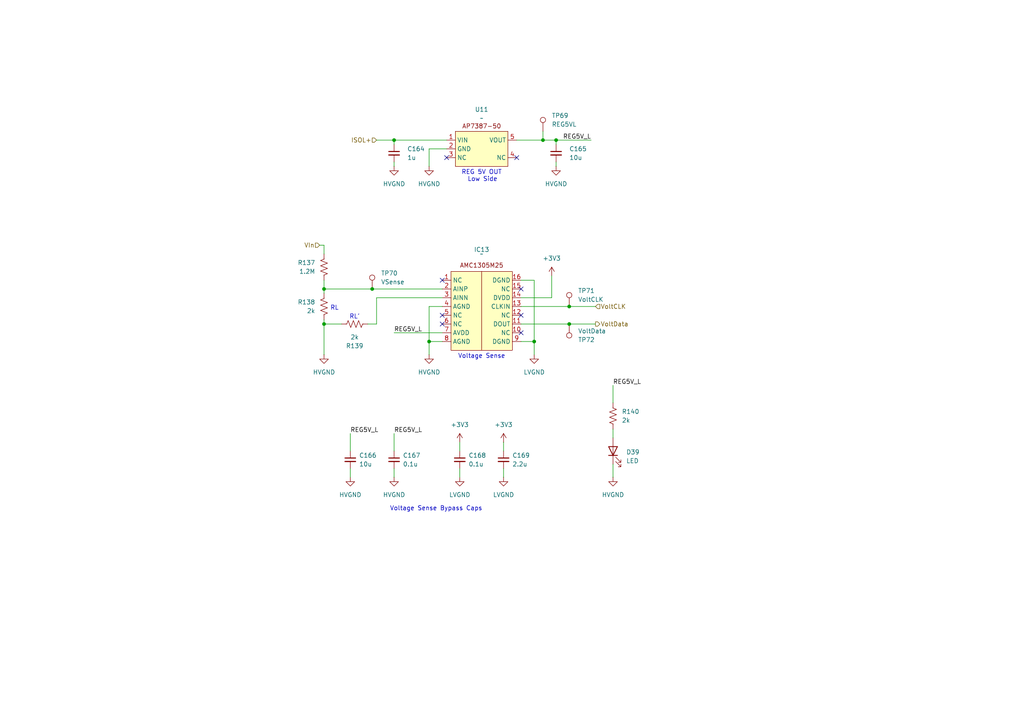
<source format=kicad_sch>
(kicad_sch (version 20250114) (generator "eeschema") (generator_version "9.0")
  (paper "A4")
  (lib_symbols
    (symbol "Connector:TestPoint" (pin_numbers (hide yes)) (pin_names (offset 0.762) (hide yes))
      (property "Reference" "TP" (at 0 6.858 0))
      (property "Value" "TestPoint" (at 0 5.08 0))
      (symbol "TestPoint_0_1"
        (circle (center 0 3.302) (radius 0.762))
      )
      (symbol "TestPoint_1_1"
        (pin passive line (at 0 0 90) (length 2.54) (name "1") (number "1"))
      )
    )
    (symbol "CustomMoco:AMC1305M25"
      (property "Reference" "IC" (at 0 0 0))
      (symbol "AMC1305M25_0_1"
        (polyline (pts (xy 0 11.43) (xy 0 -11.43)))
      )
      (symbol "AMC1305M25_1_1"
        (rectangle (start -8.89 11.43) (end 8.89 -11.43) (fill (type color) (color 255 255 194 1)))
        (text "AMC1305M25" (at 0 13.208 0) (effects (font (size 1.27 1.27))))
        (pin passive line (at -11.43 8.89 0) (length 2.54) (name "NC") (number "1"))
        (pin passive line (at -11.43 6.35 0) (length 2.54) (name "AINP") (number "2"))
        (pin passive line (at -11.43 3.81 0) (length 2.54) (name "AINN") (number "3"))
        (pin passive line (at -11.43 1.27 0) (length 2.54) (name "AGND") (number "4"))
        (pin passive line (at -11.43 -1.27 0) (length 2.54) (name "NC") (number "5"))
        (pin passive line (at -11.43 -3.81 0) (length 2.54) (name "NC") (number "6"))
        (pin passive line (at -11.43 -6.35 0) (length 2.54) (name "AVDD") (number "7"))
        (pin passive line (at -11.43 -8.89 0) (length 2.54) (name "AGND") (number "8"))
        (pin passive line (at 11.43 8.89 180) (length 2.54) (name "DGND") (number "16"))
        (pin passive line (at 11.43 6.35 180) (length 2.54) (name "NC") (number "15"))
        (pin passive line (at 11.43 3.81 180) (length 2.54) (name "DVDD") (number "14"))
        (pin passive line (at 11.43 1.27 180) (length 2.54) (name "CLKIN") (number "13"))
        (pin passive line (at 11.43 -1.27 180) (length 2.54) (name "NC") (number "12"))
        (pin passive line (at 11.43 -3.81 180) (length 2.54) (name "DOUT") (number "11"))
        (pin passive line (at 11.43 -6.35 180) (length 2.54) (name "NC") (number "10"))
        (pin passive line (at 11.43 -8.89 180) (length 2.54) (name "DGND") (number "9"))
      )
    )
    (symbol "CustomMoco:AP7387-50"
      (property "Reference" "U" (at 0 0 0))
      (symbol "AP7387-50_1_1"
        (rectangle (start -7.62 5.08) (end 7.62 -5.08) (fill (type color) (color 255 255 194 1)))
        (text "AP7387-50" (at 0 6.604 0) (effects (font (size 1.27 1.27))))
        (pin passive line (at -10.16 2.54 0) (length 2.54) (name "VIN") (number "1"))
        (pin passive line (at -10.16 0 0) (length 2.54) (name "GND") (number "2"))
        (pin passive line (at -10.16 -2.54 0) (length 2.54) (name "NC") (number "3"))
        (pin passive line (at 10.16 2.54 180) (length 2.54) (name "VOUT") (number "5"))
        (pin passive line (at 10.16 -2.54 180) (length 2.54) (name "NC") (number "4"))
      )
    )
    (symbol "Device:C_Small" (pin_numbers (hide yes)) (pin_names (offset 0.254) (hide yes))
      (property "Reference" "C" (at 0.254 1.778 0))
      (property "Value" "C_Small" (at 0.254 -2.032 0))
      (symbol "C_Small_0_1"
        (polyline (pts (xy -1.524 0.508) (xy 1.524 0.508)) (stroke (width 0.3048)))
        (polyline (pts (xy -1.524 -0.508) (xy 1.524 -0.508)) (stroke (width 0.3302)))
      )
      (symbol "C_Small_1_1"
        (pin passive line (at 0 2.54 270) (length 2.032) (name "~") (number "1"))
        (pin passive line (at 0 -2.54 90) (length 2.032) (name "~") (number "2"))
      )
    )
    (symbol "Device:LED" (pin_numbers (hide yes)) (pin_names (offset 1.016) (hide yes))
      (property "Reference" "D" (at 0 2.54 0))
      (property "Value" "LED" (at 0 -2.54 0))
      (symbol "LED_0_1"
        (polyline (pts (xy -3.048 -0.762) (xy -4.572 -2.286) (xy -3.81 -2.286) (xy -4.572 -2.286) (xy -4.572 -1.524)))
        (polyline (pts (xy -1.778 -0.762) (xy -3.302 -2.286) (xy -2.54 -2.286) (xy -3.302 -2.286) (xy -3.302 -1.524)))
        (polyline (pts (xy -1.27 0) (xy 1.27 0)))
        (polyline (pts (xy -1.27 -1.27) (xy -1.27 1.27)) (stroke (width 0.254)))
        (polyline (pts (xy 1.27 -1.27) (xy 1.27 1.27) (xy -1.27 0) (xy 1.27 -1.27)) (stroke (width 0.254)))
      )
      (symbol "LED_1_1"
        (pin passive line (at -3.81 0 0) (length 2.54) (name "K") (number "1"))
        (pin passive line (at 3.81 0 180) (length 2.54) (name "A") (number "2"))
      )
    )
    (symbol "Device:R_US" (pin_numbers (hide yes)) (pin_names (offset 0))
      (property "Reference" "R" (at 2.54 0 90))
      (property "Value" "R_US" (at -2.54 0 90))
      (symbol "R_US_0_1"
        (polyline (pts (xy 0 2.286) (xy 0 2.54)))
        (polyline (pts (xy 0 2.286) (xy 1.016 1.905) (xy 0 1.524) (xy -1.016 1.143) (xy 0 0.762)))
        (polyline (pts (xy 0 0.762) (xy 1.016 0.381) (xy 0 0) (xy -1.016 -0.381) (xy 0 -0.762)))
        (polyline (pts (xy 0 -0.762) (xy 1.016 -1.143) (xy 0 -1.524) (xy -1.016 -1.905) (xy 0 -2.286)))
        (polyline (pts (xy 0 -2.286) (xy 0 -2.54)))
      )
      (symbol "R_US_1_1"
        (pin passive line (at 0 3.81 270) (length 1.27) (name "~") (number "1"))
        (pin passive line (at 0 -3.81 90) (length 1.27) (name "~") (number "2"))
      )
    )
    (symbol "power:+3V3" (power) (pin_numbers (hide yes)) (pin_names (offset 0) (hide yes))
      (property "Value" "+3V3" (at 0 3.556 0))
      (symbol "+3V3_0_1"
        (polyline (pts (xy -0.762 1.27) (xy 0 2.54)))
        (polyline (pts (xy 0 2.54) (xy 0.762 1.27)))
        (polyline (pts (xy 0 0) (xy 0 2.54)))
      )
      (symbol "+3V3_1_1"
        (pin power_in line (at 0 0 90) (length 0) (name "~") (number "1"))
      )
    )
    (symbol "power:GND" (power) (pin_numbers (hide yes)) (pin_names (offset 0) (hide yes))
      (property "Value" "GND" (at 0 -3.81 0))
      (symbol "GND_0_1"
        (polyline (pts (xy 0 0) (xy 0 -1.27) (xy 1.27 -1.27) (xy 0 -2.54) (xy -1.27 -1.27) (xy 0 -1.27)))
      )
      (symbol "GND_1_1"
        (pin power_in line (at 0 0 270) (length 0) (name "~") (number "1"))
      )
    )
  )
  (text "REG 5V OUT" (at 139.7 50.038 0) (effects (font (size 1.27 1.27))))
  (text "Low Side" (at 139.954 52.07 0) (effects (font (size 1.27 1.27))))
  (text "Voltage Sense" (at 139.7 103.378 0) (effects (font (size 1.27 1.27))))
  (text "RL" (at 97.028 89.408 0) (effects (font (size 1.27 1.27))))
  (text "Voltage Sense Bypass Caps" (at 126.492 147.574 0) (effects (font (size 1.27 1.27))))
  (text "RL'" (at 102.87 91.948 0) (effects (font (size 1.27 1.27))))
  (junction (at 124.46 99.06))
  (junction (at 93.98 93.98))
  (junction (at 93.98 83.82))
  (junction (at 154.94 99.06))
  (junction (at 165.1 93.98))
  (junction (at 157.48 40.64))
  (junction (at 114.3 40.64))
  (junction (at 161.29 40.64))
  (junction (at 107.95 83.82))
  (junction (at 165.1 88.9))
  (no_connect (at 151.13 83.82))
  (no_connect (at 128.27 93.98))
  (no_connect (at 128.27 91.44))
  (no_connect (at 151.13 96.52))
  (no_connect (at 149.86 45.72))
  (no_connect (at 129.54 45.72))
  (no_connect (at 151.13 91.44))
  (no_connect (at 128.27 81.28))
  (wire (pts (xy 177.8 124.46) (xy 177.8 127)))
  (wire (pts (xy 107.95 83.82) (xy 128.27 83.82)))
  (wire (pts (xy 165.1 93.98) (xy 172.72 93.98)))
  (wire (pts (xy 129.54 43.18) (xy 124.46 43.18)))
  (wire (pts (xy 124.46 88.9) (xy 128.27 88.9)))
  (wire (pts (xy 151.13 99.06) (xy 154.94 99.06)))
  (wire (pts (xy 154.94 81.28) (xy 154.94 99.06)))
  (wire (pts (xy 93.98 93.98) (xy 93.98 92.71)))
  (wire (pts (xy 93.98 81.28) (xy 93.98 83.82)))
  (wire (pts (xy 146.05 128.27) (xy 146.05 130.81)))
  (wire (pts (xy 161.29 46.99) (xy 161.29 48.26)))
  (wire (pts (xy 93.98 85.09) (xy 93.98 83.82)))
  (wire (pts (xy 114.3 40.64) (xy 114.3 41.91)))
  (wire (pts (xy 146.05 135.89) (xy 146.05 138.43)))
  (wire (pts (xy 101.6 135.89) (xy 101.6 138.43)))
  (wire (pts (xy 109.22 86.36) (xy 109.22 93.98)))
  (wire (pts (xy 133.35 135.89) (xy 133.35 138.43)))
  (wire (pts (xy 151.13 86.36) (xy 160.02 86.36)))
  (wire (pts (xy 92.71 71.12) (xy 93.98 71.12)))
  (wire (pts (xy 165.1 88.9) (xy 172.72 88.9)))
  (wire (pts (xy 124.46 102.87) (xy 124.46 99.06)))
  (wire (pts (xy 124.46 43.18) (xy 124.46 48.26)))
  (wire (pts (xy 160.02 80.01) (xy 160.02 86.36)))
  (wire (pts (xy 133.35 128.27) (xy 133.35 130.81)))
  (wire (pts (xy 114.3 46.99) (xy 114.3 48.26)))
  (wire (pts (xy 157.48 40.64) (xy 161.29 40.64)))
  (wire (pts (xy 106.68 93.98) (xy 109.22 93.98)))
  (wire (pts (xy 93.98 71.12) (xy 93.98 73.66)))
  (wire (pts (xy 109.22 86.36) (xy 128.27 86.36)))
  (wire (pts (xy 109.22 40.64) (xy 114.3 40.64)))
  (wire (pts (xy 151.13 93.98) (xy 165.1 93.98)))
  (wire (pts (xy 161.29 40.64) (xy 171.45 40.64)))
  (wire (pts (xy 101.6 125.73) (xy 101.6 130.81)))
  (wire (pts (xy 114.3 96.52) (xy 128.27 96.52)))
  (wire (pts (xy 157.48 38.1) (xy 157.48 40.64)))
  (wire (pts (xy 124.46 99.06) (xy 124.46 88.9)))
  (wire (pts (xy 149.86 40.64) (xy 157.48 40.64)))
  (wire (pts (xy 151.13 81.28) (xy 154.94 81.28)))
  (wire (pts (xy 93.98 93.98) (xy 93.98 102.87)))
  (wire (pts (xy 124.46 99.06) (xy 128.27 99.06)))
  (wire (pts (xy 177.8 134.62) (xy 177.8 138.43)))
  (wire (pts (xy 114.3 125.73) (xy 114.3 130.81)))
  (wire (pts (xy 99.06 93.98) (xy 93.98 93.98)))
  (wire (pts (xy 154.94 102.87) (xy 154.94 99.06)))
  (wire (pts (xy 114.3 135.89) (xy 114.3 138.43)))
  (wire (pts (xy 114.3 40.64) (xy 129.54 40.64)))
  (wire (pts (xy 177.8 111.76) (xy 177.8 116.84)))
  (wire (pts (xy 151.13 88.9) (xy 165.1 88.9)))
  (wire (pts (xy 161.29 40.64) (xy 161.29 41.91)))
  (wire (pts (xy 93.98 83.82) (xy 107.95 83.82)))
  (label "REG5V_L" (at 114.3 96.52 0))
  (label "REG5V_L" (at 171.45 40.64 180))
  (label "REG5V_L" (at 114.3 125.73 0))
  (label "REG5V_L" (at 177.8 111.76 0))
  (label "REG5V_L" (at 101.6 125.73 0))
  (hierarchical_label "VoltData" (shape output) (at 172.72 93.98 0))
  (hierarchical_label "VoltCLK" (shape input) (at 172.72 88.9 0))
  (hierarchical_label "ISOL+" (shape input) (at 109.22 40.64 180))
  (hierarchical_label "VIn" (shape input) (at 92.71 71.12 180))
  (symbol (lib_id "Device:R_US") (at 93.98 77.47 0) (mirror y) (unit 1)
    (property "Reference" "R33" (at 91.44 76.1999 0) (effects (justify left)))
    (property "Value" "1.2M" (at 91.44 78.7399 0) (effects (justify left)))
    (property "Footprint" "Resistor_SMD:R_1206_3216Metric" (effects (hide yes)))
    (property "Description" "Resistor, US symbol" (effects (hide yes)))
    (instances (project "TractionInverter" (path "" (reference "R137") (unit 1)) (path "" (reference "R33") (unit 1)) (path "" (reference "R130") (unit 1)) (path "" (reference "R86") (unit 1))))
  )
  (symbol (lib_id "power:GND") (at 154.94 102.87 0) (unit 1)
    (property "Reference" "#PWR047" (effects (hide yes)))
    (property "Value" "LVGND" (at 154.94 107.95 0))
    (property "Description" "Power symbol creates a global label with name \"GND\" , ground" (effects (hide yes)))
    (instances (project "TractionInverter" (path "" (reference "#PWR0233") (unit 1)) (path "" (reference "#PWR047") (unit 1)) (path "" (reference "#PWR0211") (unit 1)) (path "" (reference "#PWR0140") (unit 1))))
  )
  (symbol (lib_id "power:GND") (at 124.46 102.87 0) (unit 1)
    (property "Reference" "#PWR046" (effects (hide yes)))
    (property "Value" "HVGND" (at 124.46 107.95 0))
    (property "Description" "Power symbol creates a global label with name \"GND\" , ground" (effects (hide yes)))
    (instances (project "TractionInverter" (path "" (reference "#PWR0232") (unit 1)) (path "" (reference "#PWR046") (unit 1)) (path "" (reference "#PWR0210") (unit 1)) (path "" (reference "#PWR0139") (unit 1))))
  )
  (symbol (lib_id "CustomMoco:AP7387-50") (at 139.7 43.18 0) (unit 1)
    (property "Reference" "U1" (at 139.7 31.75 0))
    (property "Value" "~" (at 139.7 34.29 0))
    (property "Footprint" "TractionInverter:SOT95P285X140-5N" (effects (hide yes)))
    (instances (project "TractionInverter" (path "" (reference "U11") (unit 1)) (path "" (reference "U1") (unit 1)) (path "" (reference "U8") (unit 1)) (path "" (reference "U5") (unit 1))))
  )
  (symbol (lib_id "Device:R_US") (at 177.8 120.65 0) (unit 1)
    (property "Reference" "R36" (at 180.34 119.3799 0) (effects (justify left)))
    (property "Value" "2k" (at 180.34 121.9199 0) (effects (justify left)))
    (property "Footprint" "Resistor_SMD:R_0603_1608Metric" (effects (hide yes)))
    (property "Description" "Resistor, US symbol" (effects (hide yes)))
    (instances (project "TractionInverter" (path "" (reference "R140") (unit 1)) (path "" (reference "R36") (unit 1)) (path "" (reference "R133") (unit 1)) (path "" (reference "R89") (unit 1))))
  )
  (symbol (lib_id "power:GND") (at 146.05 138.43 0) (unit 1)
    (property "Reference" "#PWR053" (effects (hide yes)))
    (property "Value" "LVGND" (at 146.05 143.51 0))
    (property "Description" "Power symbol creates a global label with name \"GND\" , ground" (effects (hide yes)))
    (instances (project "TractionInverter" (path "" (reference "#PWR0239") (unit 1)) (path "" (reference "#PWR053") (unit 1)) (path "" (reference "#PWR0217") (unit 1)) (path "" (reference "#PWR0146") (unit 1))))
  )
  (symbol (lib_id "power:+3V3") (at 160.02 80.01 0) (unit 1)
    (property "Reference" "#PWR044" (effects (hide yes)))
    (property "Value" "+3V3" (at 160.02 74.93 0))
    (property "Description" "Power symbol creates a global label with name \"+3V3\"" (effects (hide yes)))
    (instances (project "TractionInverter" (path "" (reference "#PWR0230") (unit 1)) (path "" (reference "#PWR044") (unit 1)) (path "" (reference "#PWR0208") (unit 1)) (path "" (reference "#PWR0137") (unit 1))))
  )
  (symbol (lib_id "Device:C_Small") (at 146.05 133.35 0) (unit 1)
    (property "Reference" "C43" (at 148.59 132.0862 0) (effects (justify left)))
    (property "Value" "2.2u" (at 148.59 134.6262 0) (effects (justify left)))
    (property "Footprint" "Capacitor_SMD:C_0603_1608Metric" (effects (hide yes)))
    (property "Description" "Unpolarized capacitor, small symbol" (effects (hide yes)))
    (instances (project "TractionInverter" (path "" (reference "C169") (unit 1)) (path "" (reference "C43") (unit 1)) (path "" (reference "C149") (unit 1)) (path "" (reference "C103") (unit 1))))
  )
  (symbol (lib_id "power:GND") (at 114.3 138.43 0) (unit 1)
    (property "Reference" "#PWR051" (effects (hide yes)))
    (property "Value" "HVGND" (at 114.3 143.51 0))
    (property "Description" "Power symbol creates a global label with name \"GND\" , ground" (effects (hide yes)))
    (instances (project "TractionInverter" (path "" (reference "#PWR0237") (unit 1)) (path "" (reference "#PWR051") (unit 1)) (path "" (reference "#PWR0215") (unit 1)) (path "" (reference "#PWR0144") (unit 1))))
  )
  (symbol (lib_id "Device:R_US") (at 93.98 88.9 0) (mirror y) (unit 1)
    (property "Reference" "R34" (at 91.44 87.6299 0) (effects (justify left)))
    (property "Value" "2k" (at 91.44 90.1699 0) (effects (justify left)))
    (property "Footprint" "Resistor_SMD:R_0603_1608Metric" (effects (hide yes)))
    (property "Description" "Resistor, US symbol" (effects (hide yes)))
    (instances (project "TractionInverter" (path "" (reference "R138") (unit 1)) (path "" (reference "R34") (unit 1)) (path "" (reference "R131") (unit 1)) (path "" (reference "R87") (unit 1))))
  )
  (symbol (lib_id "Device:C_Small") (at 114.3 44.45 0) (unit 1)
    (property "Reference" "C38" (at 118.11 43.1862 0) (effects (justify left)))
    (property "Value" "1u" (at 118.11 45.7262 0) (effects (justify left)))
    (property "Footprint" "Capacitor_SMD:C_0603_1608Metric" (effects (hide yes)))
    (property "Description" "Unpolarized capacitor, small symbol" (effects (hide yes)))
    (instances (project "TractionInverter" (path "" (reference "C164") (unit 1)) (path "" (reference "C38") (unit 1)) (path "" (reference "C144") (unit 1)) (path "" (reference "C98") (unit 1))))
  )
  (symbol (lib_id "power:+3V3") (at 133.35 128.27 0) (unit 1)
    (property "Reference" "#PWR048" (effects (hide yes)))
    (property "Value" "+3V3" (at 133.35 123.19 0))
    (property "Description" "Power symbol creates a global label with name \"+3V3\"" (effects (hide yes)))
    (instances (project "TractionInverter" (path "" (reference "#PWR0234") (unit 1)) (path "" (reference "#PWR048") (unit 1)) (path "" (reference "#PWR0212") (unit 1)) (path "" (reference "#PWR0141") (unit 1))))
  )
  (symbol (lib_id "power:GND") (at 124.46 48.26 0) (unit 1)
    (property "Reference" "#PWR042" (effects (hide yes)))
    (property "Value" "HVGND" (at 124.46 53.34 0))
    (property "Description" "Power symbol creates a global label with name \"GND\" , ground" (effects (hide yes)))
    (instances (project "TractionInverter" (path "" (reference "#PWR0228") (unit 1)) (path "" (reference "#PWR042") (unit 1)) (path "" (reference "#PWR0206") (unit 1)) (path "" (reference "#PWR0135") (unit 1))))
  )
  (symbol (lib_id "power:GND") (at 133.35 138.43 0) (unit 1)
    (property "Reference" "#PWR052" (effects (hide yes)))
    (property "Value" "LVGND" (at 133.35 143.51 0))
    (property "Description" "Power symbol creates a global label with name \"GND\" , ground" (effects (hide yes)))
    (instances (project "TractionInverter" (path "" (reference "#PWR0238") (unit 1)) (path "" (reference "#PWR052") (unit 1)) (path "" (reference "#PWR0216") (unit 1)) (path "" (reference "#PWR0145") (unit 1))))
  )
  (symbol (lib_id "power:GND") (at 114.3 48.26 0) (unit 1)
    (property "Reference" "#PWR041" (effects (hide yes)))
    (property "Value" "HVGND" (at 114.3 53.34 0))
    (property "Description" "Power symbol creates a global label with name \"GND\" , ground" (effects (hide yes)))
    (instances (project "TractionInverter" (path "" (reference "#PWR0227") (unit 1)) (path "" (reference "#PWR041") (unit 1)) (path "" (reference "#PWR0205") (unit 1)) (path "" (reference "#PWR0134") (unit 1))))
  )
  (symbol (lib_id "Connector:TestPoint") (at 157.48 38.1 0) (unit 1)
    (property "Reference" "TP13" (at 160.02 33.5279 0) (effects (justify left)))
    (property "Value" "REG5VL" (at 160.02 36.0679 0) (effects (justify left)))
    (property "Footprint" "TractionInverter:KEYSTONE_5281" (effects (hide yes)))
    (property "Description" "test point" (effects (hide yes)))
    (instances (project "TractionInverter" (path "" (reference "TP69") (unit 1)) (path "" (reference "TP13") (unit 1)) (path "" (reference "TP60") (unit 1)) (path "" (reference "TP38") (unit 1))))
  )
  (symbol (lib_id "power:GND") (at 101.6 138.43 0) (unit 1)
    (property "Reference" "#PWR050" (effects (hide yes)))
    (property "Value" "HVGND" (at 101.6 143.51 0))
    (property "Description" "Power symbol creates a global label with name \"GND\" , ground" (effects (hide yes)))
    (instances (project "TractionInverter" (path "" (reference "#PWR0236") (unit 1)) (path "" (reference "#PWR050") (unit 1)) (path "" (reference "#PWR0214") (unit 1)) (path "" (reference "#PWR0143") (unit 1))))
  )
  (symbol (lib_id "Device:C_Small") (at 133.35 133.35 0) (unit 1)
    (property "Reference" "C42" (at 135.89 132.0862 0) (effects (justify left)))
    (property "Value" "0.1u" (at 135.89 134.6262 0) (effects (justify left)))
    (property "Footprint" "Capacitor_SMD:C_0603_1608Metric" (effects (hide yes)))
    (property "Description" "Unpolarized capacitor, small symbol" (effects (hide yes)))
    (instances (project "TractionInverter" (path "" (reference "C168") (unit 1)) (path "" (reference "C42") (unit 1)) (path "" (reference "C148") (unit 1)) (path "" (reference "C102") (unit 1))))
  )
  (symbol (lib_id "Connector:TestPoint") (at 107.95 83.82 0) (unit 1)
    (property "Reference" "TP14" (at 110.49 79.2479 0) (effects (justify left)))
    (property "Value" "VSense" (at 110.49 81.7879 0) (effects (justify left)))
    (property "Footprint" "TractionInverter:KEYSTONE_5281" (effects (hide yes)))
    (property "Description" "test point" (effects (hide yes)))
    (instances (project "TractionInverter" (path "" (reference "TP70") (unit 1)) (path "" (reference "TP14") (unit 1)) (path "" (reference "TP61") (unit 1)) (path "" (reference "TP39") (unit 1))))
  )
  (symbol (lib_id "Connector:TestPoint") (at 165.1 93.98 0) (mirror x) (unit 1)
    (property "Reference" "TP16" (at 167.64 98.5521 0) (effects (justify left)))
    (property "Value" "VoltData" (at 167.64 96.0121 0) (effects (justify left)))
    (property "Footprint" "TractionInverter:KEYSTONE_5281" (effects (hide yes)))
    (property "Description" "test point" (effects (hide yes)))
    (instances (project "TractionInverter" (path "" (reference "TP72") (unit 1)) (path "" (reference "TP16") (unit 1)) (path "" (reference "TP63") (unit 1)) (path "" (reference "TP41") (unit 1))))
  )
  (symbol (lib_id "power:GND") (at 177.8 138.43 0) (unit 1)
    (property "Reference" "#PWR054" (effects (hide yes)))
    (property "Value" "HVGND" (at 177.8 143.51 0))
    (property "Description" "Power symbol creates a global label with name \"GND\" , ground" (effects (hide yes)))
    (instances (project "TractionInverter" (path "" (reference "#PWR0240") (unit 1)) (path "" (reference "#PWR054") (unit 1)) (path "" (reference "#PWR0218") (unit 1)) (path "" (reference "#PWR0147") (unit 1))))
  )
  (symbol (lib_id "Connector:TestPoint") (at 165.1 88.9 0) (unit 1)
    (property "Reference" "TP15" (at 167.64 84.3279 0) (effects (justify left)))
    (property "Value" "VoltCLK" (at 167.64 86.8679 0) (effects (justify left)))
    (property "Footprint" "TractionInverter:KEYSTONE_5281" (effects (hide yes)))
    (property "Description" "test point" (effects (hide yes)))
    (instances (project "TractionInverter" (path "" (reference "TP71") (unit 1)) (path "" (reference "TP15") (unit 1)) (path "" (reference "TP62") (unit 1)) (path "" (reference "TP40") (unit 1))))
  )
  (symbol (lib_id "Device:R_US") (at 102.87 93.98 90) (unit 1)
    (property "Reference" "R35" (at 102.87 100.33 90))
    (property "Value" "2k" (at 102.87 97.79 90))
    (property "Footprint" "Resistor_SMD:R_0603_1608Metric" (effects (hide yes)))
    (property "Description" "Resistor, US symbol" (effects (hide yes)))
    (instances (project "TractionInverter" (path "" (reference "R139") (unit 1)) (path "" (reference "R35") (unit 1)) (path "" (reference "R132") (unit 1)) (path "" (reference "R88") (unit 1))))
  )
  (symbol (lib_id "CustomMoco:AMC1305M25") (at 139.7 90.17 0) (unit 1)
    (property "Reference" "IC3" (at 139.7 72.39 0))
    (property "Value" "~" (at 139.7 73.66 0))
    (property "Footprint" "Package_SO:SOIC-16W_7.5x10.3mm_P1.27mm" (effects (hide yes)))
    (instances (project "TractionInverter" (path "" (reference "IC13") (unit 1)) (path "" (reference "IC3") (unit 1)) (path "" (reference "IC11") (unit 1)) (path "" (reference "IC7") (unit 1))))
  )
  (symbol (lib_id "Device:C_Small") (at 161.29 44.45 0) (unit 1)
    (property "Reference" "C39" (at 165.1 43.1862 0) (effects (justify left)))
    (property "Value" "10u" (at 165.1 45.7262 0) (effects (justify left)))
    (property "Footprint" "Capacitor_SMD:C_0603_1608Metric" (effects (hide yes)))
    (property "Description" "Unpolarized capacitor, small symbol" (effects (hide yes)))
    (instances (project "TractionInverter" (path "" (reference "C165") (unit 1)) (path "" (reference "C39") (unit 1)) (path "" (reference "C145") (unit 1)) (path "" (reference "C99") (unit 1))))
  )
  (symbol (lib_id "Device:C_Small") (at 114.3 133.35 0) (unit 1)
    (property "Reference" "C41" (at 116.84 132.0862 0) (effects (justify left)))
    (property "Value" "0.1u" (at 116.84 134.6262 0) (effects (justify left)))
    (property "Footprint" "Capacitor_SMD:C_0603_1608Metric" (effects (hide yes)))
    (property "Description" "Unpolarized capacitor, small symbol" (effects (hide yes)))
    (instances (project "TractionInverter" (path "" (reference "C167") (unit 1)) (path "" (reference "C41") (unit 1)) (path "" (reference "C147") (unit 1)) (path "" (reference "C101") (unit 1))))
  )
  (symbol (lib_id "power:GND") (at 93.98 102.87 0) (unit 1)
    (property "Reference" "#PWR045" (effects (hide yes)))
    (property "Value" "HVGND" (at 93.98 107.95 0))
    (property "Description" "Power symbol creates a global label with name \"GND\" , ground" (effects (hide yes)))
    (instances (project "TractionInverter" (path "" (reference "#PWR0231") (unit 1)) (path "" (reference "#PWR045") (unit 1)) (path "" (reference "#PWR0209") (unit 1)) (path "" (reference "#PWR0138") (unit 1))))
  )
  (symbol (lib_id "Device:LED") (at 177.8 130.81 90) (unit 1)
    (property "Reference" "D3" (at 181.61 131.1274 90) (effects (justify right)))
    (property "Value" "LED" (at 181.61 133.6674 90) (effects (justify right)))
    (property "Footprint" "LED_SMD:LED_0603_1608Metric" (effects (hide yes)))
    (property "Description" "Light emitting diode" (effects (hide yes)))
    (property "Sim.Pins" "1=K 2=A" (effects (hide yes)))
    (instances (project "TractionInverter" (path "" (reference "D39") (unit 1)) (path "" (reference "D3") (unit 1)) (path "" (reference "D35") (unit 1)) (path "" (reference "D23") (unit 1))))
  )
  (symbol (lib_id "power:GND") (at 161.29 48.26 0) (unit 1)
    (property "Reference" "#PWR043" (effects (hide yes)))
    (property "Value" "HVGND" (at 161.29 53.34 0))
    (property "Description" "Power symbol creates a global label with name \"GND\" , ground" (effects (hide yes)))
    (instances (project "TractionInverter" (path "" (reference "#PWR0229") (unit 1)) (path "" (reference "#PWR043") (unit 1)) (path "" (reference "#PWR0207") (unit 1)) (path "" (reference "#PWR0136") (unit 1))))
  )
  (symbol (lib_id "Device:C_Small") (at 101.6 133.35 0) (unit 1)
    (property "Reference" "C40" (at 104.14 132.0862 0) (effects (justify left)))
    (property "Value" "10u" (at 104.14 134.6262 0) (effects (justify left)))
    (property "Footprint" "Capacitor_SMD:C_0603_1608Metric" (effects (hide yes)))
    (property "Description" "Unpolarized capacitor, small symbol" (effects (hide yes)))
    (instances (project "TractionInverter" (path "" (reference "C166") (unit 1)) (path "" (reference "C40") (unit 1)) (path "" (reference "C146") (unit 1)) (path "" (reference "C100") (unit 1))))
  )
  (symbol (lib_id "power:+3V3") (at 146.05 128.27 0) (unit 1)
    (property "Reference" "#PWR049" (effects (hide yes)))
    (property "Value" "+3V3" (at 146.05 123.19 0))
    (property "Description" "Power symbol creates a global label with name \"+3V3\"" (effects (hide yes)))
    (instances (project "TractionInverter" (path "" (reference "#PWR0235") (unit 1)) (path "" (reference "#PWR049") (unit 1)) (path "" (reference "#PWR0213") (unit 1)) (path "" (reference "#PWR0142") (unit 1))))
  )
)
</source>
